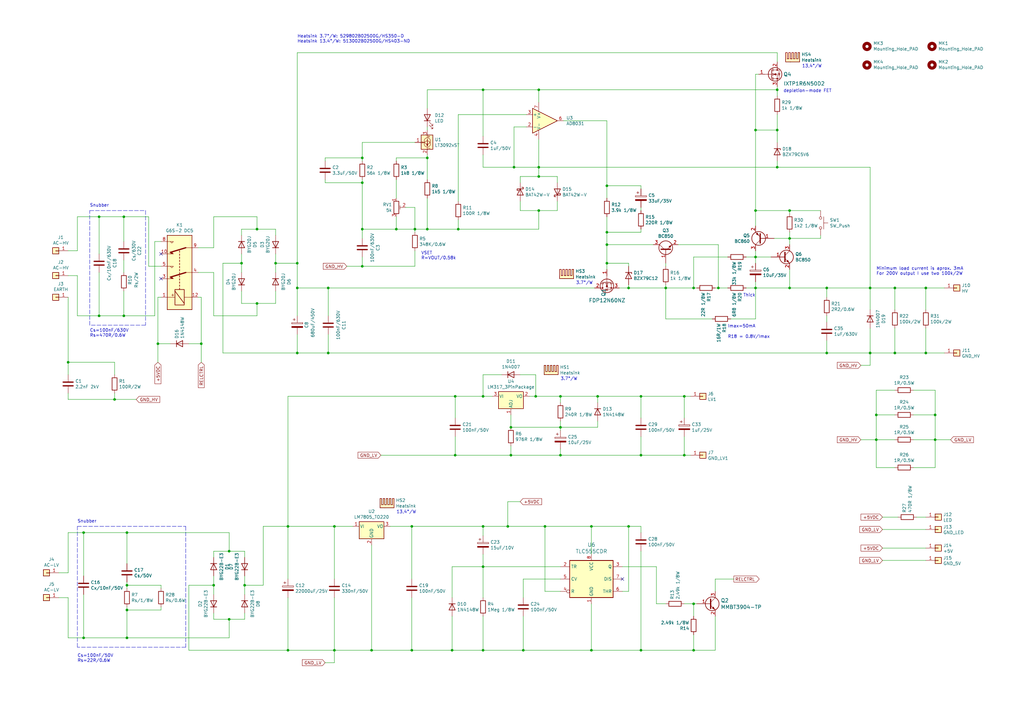
<source format=kicad_sch>
(kicad_sch (version 20211123) (generator eeschema)
  (paper "A3")
  (title_block (title "Discrete HV Supply T-Reg based") (date "2021-09-02") (rev "V2"))
  (junction (at 248.92 76.2))
  (junction (at 52.07 250.19))
  (junction (at 248.92 107.95))
  (junction (at 175.26 64.77))
  (junction (at 220.98 86.36))
  (junction (at 242.57 215.9))
  (junction (at 148.59 109.22))
  (junction (at 170.18 93.98))
  (junction (at 229.87 186.69))
  (junction (at 248.92 95.25))
  (junction (at 223.52 215.9))
  (junction (at 198.12 266.7))
  (junction (at 168.91 215.9))
  (junction (at 339.09 144.78))
  (junction (at 262.89 186.69))
  (junction (at 356.87 118.11))
  (junction (at 309.88 118.11))
  (junction (at 318.77 36.83))
  (junction (at 100.33 240.03))
  (junction (at 198.12 232.41))
  (junction (at 367.03 144.78))
  (junction (at 257.81 215.9))
  (junction (at 99.06 107.95))
  (junction (at 162.56 93.98))
  (junction (at 121.92 118.11))
  (junction (at 40.64 88.9))
  (junction (at 208.28 215.9))
  (junction (at 280.67 186.69))
  (junction (at 229.87 162.56))
  (junction (at 209.55 186.69))
  (junction (at 82.55 140.97))
  (junction (at 379.73 144.78))
  (junction (at 118.11 266.7))
  (junction (at 323.85 118.11))
  (junction (at 34.29 218.44))
  (junction (at 214.63 266.7))
  (junction (at 148.59 64.77))
  (junction (at 50.8 129.54))
  (junction (at 118.11 215.9))
  (junction (at 121.92 144.78))
  (junction (at 198.12 215.9))
  (junction (at 168.91 266.7))
  (junction (at 323.85 97.79))
  (junction (at 318.77 53.34))
  (junction (at 134.62 118.11))
  (junction (at 379.73 118.11))
  (junction (at 46.99 163.83))
  (junction (at 339.09 118.11))
  (junction (at 34.29 261.62))
  (junction (at 137.16 215.9))
  (junction (at 383.54 170.18))
  (junction (at 209.55 175.26))
  (junction (at 148.59 74.93))
  (junction (at 220.98 72.39))
  (junction (at 113.03 107.95))
  (junction (at 273.05 118.11))
  (junction (at 284.48 118.11))
  (junction (at 27.94 148.59))
  (junction (at 186.69 186.69))
  (junction (at 52.07 261.62))
  (junction (at 262.89 162.56))
  (junction (at 245.11 162.56))
  (junction (at 318.77 68.58))
  (junction (at 93.98 254))
  (junction (at 121.92 107.95))
  (junction (at 187.96 93.98))
  (junction (at 284.48 266.7))
  (junction (at 198.12 36.83))
  (junction (at 383.54 180.34))
  (junction (at 359.41 170.18))
  (junction (at 105.41 93.98))
  (junction (at 309.88 53.34))
  (junction (at 40.64 129.54))
  (junction (at 134.62 144.78))
  (junction (at 280.67 162.56))
  (junction (at 64.77 140.97))
  (junction (at 262.89 266.7))
  (junction (at 219.71 162.56))
  (junction (at 52.07 240.03))
  (junction (at 220.98 36.83))
  (junction (at 323.85 86.36))
  (junction (at 93.98 226.06))
  (junction (at 148.59 93.98))
  (junction (at 367.03 118.11))
  (junction (at 242.57 266.7))
  (junction (at 359.41 180.34))
  (junction (at 309.88 86.36))
  (junction (at 257.81 118.11))
  (junction (at 210.82 68.58))
  (junction (at 152.4 266.7))
  (junction (at 50.8 88.9))
  (junction (at 356.87 144.78))
  (junction (at 198.12 162.56))
  (junction (at 175.26 93.98))
  (junction (at 87.63 240.03))
  (junction (at 185.42 266.7))
  (junction (at 229.87 175.26))
  (junction (at 309.88 105.41))
  (junction (at 186.69 162.56))
  (junction (at 284.48 247.65))
  (junction (at 220.98 68.58))
  (junction (at 248.92 100.33))
  (junction (at 105.41 124.46))
  (junction (at 52.07 218.44))
  (junction (at 137.16 266.7))
  (junction (at 294.64 118.11))
  (no_connect (at 66.04 114.3))
  (no_connect (at 255.27 237.49))
  (no_connect (at 66.04 104.14))
  (wire (pts (xy 242.57 266.7) (xy 262.89 266.7)))
  (wire (pts (xy 148.59 64.77) (xy 148.59 66.04)))
  (wire (pts (xy 121.92 144.78) (xy 134.62 144.78)))
  (wire (pts (xy 257.81 107.95) (xy 248.92 107.95)))
  (wire (pts (xy 220.98 68.58) (xy 220.98 57.15)))
  (wire (pts (xy 99.06 93.98) (xy 105.41 93.98)))
  (wire (pts (xy 46.99 163.83) (xy 27.94 163.83)))
  (wire (pts (xy 306.07 118.11) (xy 309.88 118.11)))
  (wire (pts (xy 229.87 175.26) (xy 229.87 176.53)))
  (wire (pts (xy 121.92 21.59) (xy 121.92 107.95)))
  (wire (pts (xy 52.07 248.92) (xy 52.07 250.19)))
  (wire (pts (xy 87.63 254) (xy 87.63 251.46)))
  (wire (pts (xy 374.65 191.77) (xy 383.54 191.77)))
  (wire (pts (xy 168.91 245.11) (xy 168.91 266.7)))
  (polyline (pts (xy 31.75 215.9) (xy 76.2 215.9)))
  (wire (pts (xy 152.4 266.7) (xy 168.91 266.7)))
  (wire (pts (xy 318.77 53.34) (xy 318.77 46.99)))
  (wire (pts (xy 160.02 215.9) (xy 168.91 215.9)))
  (wire (pts (xy 248.92 76.2) (xy 248.92 81.28)))
  (wire (pts (xy 99.06 96.52) (xy 99.06 93.98)))
  (wire (pts (xy 387.35 144.78) (xy 379.73 144.78)))
  (polyline (pts (xy 59.69 86.36) (xy 59.69 133.35)))
  (wire (pts (xy 27.94 148.59) (xy 27.94 153.67)))
  (wire (pts (xy 205.74 153.67) (xy 198.12 153.67)))
  (wire (pts (xy 213.36 205.74) (xy 208.28 205.74)))
  (wire (pts (xy 63.5 129.54) (xy 63.5 99.06)))
  (wire (pts (xy 175.26 73.66) (xy 175.26 64.77)))
  (wire (pts (xy 255.27 242.57) (xy 257.81 242.57)))
  (wire (pts (xy 284.48 105.41) (xy 284.48 118.11)))
  (wire (pts (xy 118.11 266.7) (xy 77.47 266.7)))
  (wire (pts (xy 137.16 266.7) (xy 152.4 266.7)))
  (wire (pts (xy 220.98 36.83) (xy 318.77 36.83)))
  (wire (pts (xy 87.63 236.22) (xy 87.63 240.03)))
  (wire (pts (xy 168.91 215.9) (xy 198.12 215.9)))
  (wire (pts (xy 209.55 175.26) (xy 229.87 175.26)))
  (wire (pts (xy 353.06 149.86) (xy 356.87 149.86)))
  (wire (pts (xy 294.64 118.11) (xy 298.45 118.11)))
  (wire (pts (xy 148.59 97.79) (xy 148.59 93.98)))
  (wire (pts (xy 262.89 77.47) (xy 262.89 76.2)))
  (wire (pts (xy 262.89 218.44) (xy 262.89 215.9)))
  (wire (pts (xy 389.89 180.34) (xy 383.54 180.34)))
  (wire (pts (xy 293.37 118.11) (xy 294.64 118.11)))
  (wire (pts (xy 185.42 266.7) (xy 198.12 266.7)))
  (wire (pts (xy 208.28 215.9) (xy 223.52 215.9)))
  (wire (pts (xy 107.95 240.03) (xy 107.95 215.9)))
  (wire (pts (xy 148.59 74.93) (xy 148.59 73.66)))
  (wire (pts (xy 52.07 261.62) (xy 93.98 261.62)))
  (wire (pts (xy 185.42 232.41) (xy 198.12 232.41)))
  (wire (pts (xy 361.95 224.79) (xy 379.73 224.79)))
  (wire (pts (xy 323.85 87.63) (xy 323.85 86.36)))
  (wire (pts (xy 262.89 171.45) (xy 262.89 162.56)))
  (wire (pts (xy 187.96 93.98) (xy 220.98 93.98)))
  (wire (pts (xy 27.94 245.11) (xy 27.94 261.62)))
  (wire (pts (xy 34.29 218.44) (xy 34.29 236.22)))
  (wire (pts (xy 50.8 88.9) (xy 60.96 88.9)))
  (wire (pts (xy 137.16 245.11) (xy 137.16 266.7)))
  (wire (pts (xy 284.48 260.35) (xy 284.48 266.7)))
  (wire (pts (xy 379.73 118.11) (xy 387.35 118.11)))
  (wire (pts (xy 82.55 140.97) (xy 77.47 140.97)))
  (wire (pts (xy 273.05 247.65) (xy 269.24 247.65)))
  (wire (pts (xy 55.88 163.83) (xy 46.99 163.83)))
  (wire (pts (xy 359.41 170.18) (xy 359.41 180.34)))
  (wire (pts (xy 273.05 118.11) (xy 284.48 118.11)))
  (wire (pts (xy 323.85 110.49) (xy 323.85 118.11)))
  (wire (pts (xy 280.67 179.07) (xy 280.67 186.69)))
  (wire (pts (xy 367.03 127) (xy 367.03 118.11)))
  (wire (pts (xy 121.92 21.59) (xy 318.77 21.59)))
  (wire (pts (xy 367.03 144.78) (xy 356.87 144.78)))
  (wire (pts (xy 257.81 109.22) (xy 257.81 107.95)))
  (wire (pts (xy 91.44 144.78) (xy 121.92 144.78)))
  (wire (pts (xy 185.42 232.41) (xy 185.42 245.11)))
  (wire (pts (xy 257.81 242.57) (xy 257.81 215.9)))
  (wire (pts (xy 27.94 234.95) (xy 27.94 218.44)))
  (wire (pts (xy 309.88 53.34) (xy 318.77 53.34)))
  (wire (pts (xy 168.91 266.7) (xy 185.42 266.7)))
  (wire (pts (xy 356.87 144.78) (xy 356.87 134.62)))
  (wire (pts (xy 148.59 58.42) (xy 148.59 64.77)))
  (wire (pts (xy 356.87 118.11) (xy 356.87 127)))
  (wire (pts (xy 31.75 102.87) (xy 31.75 88.9)))
  (wire (pts (xy 318.77 21.59) (xy 318.77 25.4)))
  (wire (pts (xy 27.94 102.87) (xy 31.75 102.87)))
  (wire (pts (xy 175.26 64.77) (xy 175.26 63.5)))
  (wire (pts (xy 198.12 68.58) (xy 210.82 68.58)))
  (wire (pts (xy 223.52 215.9) (xy 242.57 215.9)))
  (wire (pts (xy 318.77 66.04) (xy 318.77 68.58)))
  (wire (pts (xy 209.55 182.88) (xy 209.55 186.69)))
  (wire (pts (xy 46.99 161.29) (xy 46.99 163.83)))
  (wire (pts (xy 99.06 107.95) (xy 91.44 107.95)))
  (wire (pts (xy 187.96 46.99) (xy 187.96 82.55)))
  (wire (pts (xy 262.89 266.7) (xy 284.48 266.7)))
  (wire (pts (xy 162.56 66.04) (xy 162.56 64.77)))
  (wire (pts (xy 24.13 234.95) (xy 27.94 234.95)))
  (wire (pts (xy 280.67 162.56) (xy 283.21 162.56)))
  (wire (pts (xy 162.56 93.98) (xy 170.18 93.98)))
  (wire (pts (xy 248.92 107.95) (xy 248.92 110.49)))
  (wire (pts (xy 148.59 93.98) (xy 148.59 74.93)))
  (wire (pts (xy 273.05 109.22) (xy 273.05 107.95)))
  (wire (pts (xy 269.24 232.41) (xy 255.27 232.41)))
  (wire (pts (xy 87.63 111.76) (xy 81.28 111.76)))
  (wire (pts (xy 187.96 93.98) (xy 187.96 90.17)))
  (wire (pts (xy 367.03 118.11) (xy 379.73 118.11)))
  (wire (pts (xy 367.03 191.77) (xy 359.41 191.77)))
  (wire (pts (xy 133.35 66.04) (xy 133.35 64.77)))
  (wire (pts (xy 87.63 88.9) (xy 105.41 88.9)))
  (wire (pts (xy 66.04 240.03) (xy 66.04 241.3)))
  (wire (pts (xy 245.11 172.72) (xy 245.11 175.26)))
  (wire (pts (xy 242.57 247.65) (xy 242.57 266.7)))
  (wire (pts (xy 229.87 162.56) (xy 245.11 162.56)))
  (wire (pts (xy 213.36 72.39) (xy 213.36 74.93)))
  (wire (pts (xy 121.92 118.11) (xy 121.92 129.54)))
  (wire (pts (xy 229.87 242.57) (xy 223.52 242.57)))
  (wire (pts (xy 339.09 118.11) (xy 356.87 118.11)))
  (wire (pts (xy 198.12 36.83) (xy 220.98 36.83)))
  (wire (pts (xy 361.95 212.09) (xy 368.3 212.09)))
  (wire (pts (xy 367.03 134.62) (xy 367.03 144.78)))
  (wire (pts (xy 134.62 118.11) (xy 243.84 118.11)))
  (wire (pts (xy 367.03 160.02) (xy 359.41 160.02)))
  (wire (pts (xy 214.63 266.7) (xy 242.57 266.7)))
  (wire (pts (xy 77.47 240.03) (xy 87.63 240.03)))
  (wire (pts (xy 198.12 215.9) (xy 208.28 215.9)))
  (wire (pts (xy 142.24 109.22) (xy 148.59 109.22)))
  (wire (pts (xy 118.11 237.49) (xy 118.11 215.9)))
  (wire (pts (xy 262.89 93.98) (xy 262.89 95.25)))
  (wire (pts (xy 219.71 162.56) (xy 229.87 162.56)))
  (wire (pts (xy 220.98 86.36) (xy 228.6 86.36)))
  (polyline (pts (xy 59.69 133.35) (xy 36.83 133.35)))
  (wire (pts (xy 121.92 144.78) (xy 121.92 137.16)))
  (wire (pts (xy 186.69 179.07) (xy 186.69 186.69)))
  (wire (pts (xy 24.13 245.11) (xy 27.94 245.11)))
  (wire (pts (xy 46.99 153.67) (xy 46.99 148.59)))
  (wire (pts (xy 186.69 186.69) (xy 209.55 186.69)))
  (wire (pts (xy 273.05 130.81) (xy 292.1 130.81)))
  (wire (pts (xy 245.11 165.1) (xy 245.11 162.56)))
  (wire (pts (xy 356.87 68.58) (xy 356.87 118.11)))
  (wire (pts (xy 198.12 219.71) (xy 198.12 215.9)))
  (wire (pts (xy 284.48 252.73) (xy 284.48 247.65)))
  (wire (pts (xy 210.82 52.07) (xy 210.82 68.58)))
  (wire (pts (xy 339.09 144.78) (xy 356.87 144.78)))
  (wire (pts (xy 133.35 271.78) (xy 137.16 271.78)))
  (wire (pts (xy 40.64 88.9) (xy 40.64 104.14)))
  (wire (pts (xy 170.18 93.98) (xy 175.26 93.98)))
  (wire (pts (xy 60.96 109.22) (xy 66.04 109.22)))
  (wire (pts (xy 257.81 118.11) (xy 257.81 116.84)))
  (wire (pts (xy 52.07 231.14) (xy 52.07 218.44)))
  (wire (pts (xy 198.12 55.88) (xy 198.12 36.83)))
  (wire (pts (xy 336.55 97.79) (xy 323.85 97.79)))
  (wire (pts (xy 318.77 68.58) (xy 356.87 68.58)))
  (wire (pts (xy 213.36 86.36) (xy 220.98 86.36)))
  (wire (pts (xy 100.33 240.03) (xy 107.95 240.03)))
  (wire (pts (xy 248.92 100.33) (xy 248.92 107.95)))
  (wire (pts (xy 220.98 41.91) (xy 220.98 36.83)))
  (wire (pts (xy 229.87 175.26) (xy 229.87 172.72)))
  (wire (pts (xy 379.73 134.62) (xy 379.73 144.78)))
  (wire (pts (xy 379.73 217.17) (xy 361.95 217.17)))
  (wire (pts (xy 208.28 205.74) (xy 208.28 215.9)))
  (wire (pts (xy 166.37 85.09) (xy 170.18 85.09)))
  (wire (pts (xy 162.56 88.9) (xy 162.56 93.98)))
  (wire (pts (xy 31.75 113.03) (xy 31.75 129.54)))
  (wire (pts (xy 213.36 82.55) (xy 213.36 86.36)))
  (wire (pts (xy 284.48 266.7) (xy 293.37 266.7)))
  (wire (pts (xy 31.75 129.54) (xy 40.64 129.54)))
  (wire (pts (xy 220.98 68.58) (xy 318.77 68.58)))
  (wire (pts (xy 170.18 58.42) (xy 148.59 58.42)))
  (wire (pts (xy 309.88 118.11) (xy 309.88 115.57)))
  (wire (pts (xy 356.87 118.11) (xy 367.03 118.11)))
  (wire (pts (xy 245.11 162.56) (xy 262.89 162.56)))
  (wire (pts (xy 185.42 266.7) (xy 185.42 252.73)))
  (wire (pts (xy 152.4 223.52) (xy 152.4 266.7)))
  (wire (pts (xy 99.06 107.95) (xy 99.06 104.14)))
  (wire (pts (xy 374.65 180.34) (xy 383.54 180.34)))
  (wire (pts (xy 162.56 64.77) (xy 175.26 64.77)))
  (wire (pts (xy 284.48 118.11) (xy 285.75 118.11)))
  (wire (pts (xy 198.12 162.56) (xy 201.93 162.56)))
  (wire (pts (xy 359.41 191.77) (xy 359.41 180.34)))
  (wire (pts (xy 318.77 35.56) (xy 318.77 36.83)))
  (wire (pts (xy 359.41 180.34) (xy 367.03 180.34)))
  (wire (pts (xy 309.88 107.95) (xy 309.88 105.41)))
  (polyline (pts (xy 36.83 133.35) (xy 36.83 86.36)))
  (wire (pts (xy 81.28 101.6) (xy 87.63 101.6)))
  (wire (pts (xy 336.55 96.52) (xy 336.55 97.79)))
  (wire (pts (xy 40.64 111.76) (xy 40.64 129.54)))
  (wire (pts (xy 113.03 107.95) (xy 121.92 107.95)))
  (wire (pts (xy 99.06 124.46) (xy 105.41 124.46)))
  (wire (pts (xy 214.63 245.11) (xy 214.63 237.49)))
  (wire (pts (xy 257.81 118.11) (xy 273.05 118.11)))
  (wire (pts (xy 100.33 251.46) (xy 100.33 254)))
  (wire (pts (xy 52.07 250.19) (xy 52.07 261.62)))
  (wire (pts (xy 367.03 170.18) (xy 359.41 170.18)))
  (wire (pts (xy 280.67 171.45) (xy 280.67 162.56)))
  (wire (pts (xy 248.92 95.25) (xy 248.92 100.33)))
  (wire (pts (xy 219.71 153.67) (xy 219.71 162.56)))
  (wire (pts (xy 82.55 121.92) (xy 82.55 140.97)))
  (wire (pts (xy 375.92 212.09) (xy 379.73 212.09)))
  (wire (pts (xy 220.98 68.58) (xy 220.98 72.39)))
  (wire (pts (xy 133.35 74.93) (xy 148.59 74.93)))
  (wire (pts (xy 262.89 162.56) (xy 280.67 162.56)))
  (wire (pts (xy 309.88 130.81) (xy 309.88 118.11)))
  (wire (pts (xy 383.54 160.02) (xy 374.65 160.02)))
  (wire (pts (xy 318.77 36.83) (xy 318.77 39.37)))
  (wire (pts (xy 63.5 99.06) (xy 66.04 99.06)))
  (wire (pts (xy 50.8 119.38) (xy 50.8 129.54)))
  (wire (pts (xy 50.8 88.9) (xy 50.8 99.06)))
  (wire (pts (xy 383.54 191.77) (xy 383.54 180.34)))
  (wire (pts (xy 137.16 215.9) (xy 144.78 215.9)))
  (wire (pts (xy 81.28 121.92) (xy 82.55 121.92)))
  (wire (pts (xy 198.12 232.41) (xy 229.87 232.41)))
  (wire (pts (xy 383.54 170.18) (xy 383.54 160.02)))
  (wire (pts (xy 118.11 266.7) (xy 137.16 266.7)))
  (wire (pts (xy 229.87 186.69) (xy 262.89 186.69)))
  (wire (pts (xy 121.92 107.95) (xy 121.92 118.11)))
  (wire (pts (xy 383.54 170.18) (xy 374.65 170.18)))
  (wire (pts (xy 198.12 252.73) (xy 198.12 266.7)))
  (wire (pts (xy 170.18 109.22) (xy 170.18 102.87)))
  (wire (pts (xy 134.62 118.11) (xy 121.92 118.11)))
  (wire (pts (xy 198.12 266.7) (xy 214.63 266.7)))
  (wire (pts (xy 214.63 252.73) (xy 214.63 266.7)))
  (wire (pts (xy 186.69 171.45) (xy 186.69 162.56)))
  (wire (pts (xy 27.94 163.83) (xy 27.94 161.29)))
  (wire (pts (xy 213.36 153.67) (xy 219.71 153.67)))
  (wire (pts (xy 273.05 118.11) (xy 273.05 116.84)))
  (wire (pts (xy 309.88 30.48) (xy 311.15 30.48)))
  (wire (pts (xy 52.07 241.3) (xy 52.07 240.03)))
  (wire (pts (xy 118.11 245.11) (xy 118.11 266.7)))
  (wire (pts (xy 77.47 266.7) (xy 77.47 240.03)))
  (wire (pts (xy 148.59 105.41) (xy 148.59 109.22)))
  (wire (pts (xy 229.87 165.1) (xy 229.87 162.56)))
  (wire (pts (xy 323.85 118.11) (xy 309.88 118.11)))
  (wire (pts (xy 280.67 186.69) (xy 283.21 186.69)))
  (wire (pts (xy 118.11 215.9) (xy 118.11 162.56)))
  (wire (pts (xy 50.8 129.54) (xy 40.64 129.54)))
  (wire (pts (xy 356.87 149.86) (xy 356.87 144.78)))
  (wire (pts (xy 93.98 261.62) (xy 93.98 254)))
  (wire (pts (xy 262.89 226.06) (xy 262.89 266.7)))
  (wire (pts (xy 273.05 130.81) (xy 273.05 118.11)))
  (wire (pts (xy 383.54 180.34) (xy 383.54 170.18)))
  (wire (pts (xy 323.85 86.36) (xy 309.88 86.36)))
  (wire (pts (xy 306.07 105.41) (xy 309.88 105.41)))
  (wire (pts (xy 298.45 105.41) (xy 284.48 105.41)))
  (wire (pts (xy 323.85 86.36) (xy 336.55 86.36)))
  (wire (pts (xy 137.16 271.78) (xy 137.16 266.7)))
  (wire (pts (xy 93.98 226.06) (xy 100.33 226.06)))
  (wire (pts (xy 175.26 36.83) (xy 198.12 36.83)))
  (wire (pts (xy 223.52 242.57) (xy 223.52 215.9)))
  (wire (pts (xy 52.07 218.44) (xy 34.29 218.44)))
  (wire (pts (xy 113.03 107.95) (xy 113.03 111.76)))
  (wire (pts (xy 228.6 86.36) (xy 228.6 82.55)))
  (wire (pts (xy 133.35 73.66) (xy 133.35 74.93)))
  (wire (pts (xy 262.89 186.69) (xy 280.67 186.69)))
  (wire (pts (xy 228.6 72.39) (xy 220.98 72.39)))
  (wire (pts (xy 105.41 124.46) (xy 105.41 129.54)))
  (wire (pts (xy 359.41 180.34) (xy 353.06 180.34)))
  (wire (pts (xy 148.59 109.22) (xy 170.18 109.22)))
  (wire (pts (xy 339.09 121.92) (xy 339.09 118.11)))
  (wire (pts (xy 248.92 49.53) (xy 248.92 76.2)))
  (wire (pts (xy 317.5 97.79) (xy 323.85 97.79)))
  (wire (pts (xy 284.48 247.65) (xy 285.75 247.65)))
  (wire (pts (xy 267.97 100.33) (xy 248.92 100.33)))
  (wire (pts (xy 323.85 118.11) (xy 339.09 118.11)))
  (wire (pts (xy 309.88 105.41) (xy 309.88 102.87)))
  (wire (pts (xy 137.16 237.49) (xy 137.16 215.9)))
  (wire (pts (xy 262.89 76.2) (xy 248.92 76.2)))
  (wire (pts (xy 87.63 254) (xy 93.98 254)))
  (wire (pts (xy 105.41 124.46) (xy 113.03 124.46)))
  (wire (pts (xy 99.06 119.38) (xy 99.06 124.46)))
  (wire (pts (xy 215.9 52.07) (xy 210.82 52.07)))
  (wire (pts (xy 91.44 107.95) (xy 91.44 144.78)))
  (wire (pts (xy 209.55 175.26) (xy 209.55 170.18)))
  (polyline (pts (xy 76.2 215.9) (xy 76.2 265.43)))
  (wire (pts (xy 64.77 140.97) (xy 69.85 140.97)))
  (wire (pts (xy 379.73 144.78) (xy 367.03 144.78)))
  (wire (pts (xy 175.26 36.83) (xy 175.26 44.45)))
  (wire (pts (xy 309.88 53.34) (xy 309.88 30.48)))
  (wire (pts (xy 105.41 129.54) (xy 87.63 129.54)))
  (wire (pts (xy 52.07 240.03) (xy 66.04 240.03)))
  (wire (pts (xy 220.98 72.39) (xy 213.36 72.39)))
  (wire (pts (xy 339.09 132.08) (xy 339.09 129.54)))
  (wire (pts (xy 105.41 93.98) (xy 113.03 93.98)))
  (wire (pts (xy 134.62 144.78) (xy 134.62 137.16)))
  (wire (pts (xy 284.48 247.65) (xy 280.67 247.65)))
  (wire (pts (xy 66.04 248.92) (xy 66.04 250.19)))
  (wire (pts (xy 27.94 121.92) (xy 27.94 148.59)))
  (polyline (pts (xy 31.75 265.43) (xy 31.75 215.9)))
  (wire (pts (xy 134.62 144.78) (xy 339.09 144.78)))
  (wire (pts (xy 87.63 226.06) (xy 93.98 226.06)))
  (wire (pts (xy 175.26 93.98) (xy 175.26 81.28)))
  (wire (pts (xy 228.6 74.93) (xy 228.6 72.39)))
  (wire (pts (xy 242.57 215.9) (xy 257.81 215.9)))
  (wire (pts (xy 294.64 100.33) (xy 278.13 100.33)))
  (wire (pts (xy 50.8 129.54) (xy 63.5 129.54)))
  (wire (pts (xy 156.21 186.69) (xy 186.69 186.69)))
  (wire (pts (xy 87.63 226.06) (xy 87.63 228.6)))
  (wire (pts (xy 229.87 184.15) (xy 229.87 186.69)))
  (wire (pts (xy 257.81 215.9) (xy 262.89 215.9)))
  (wire (pts (xy 64.77 140.97) (xy 64.77 121.92)))
  (wire (pts (xy 175.26 93.98) (xy 187.96 93.98)))
  (wire (pts (xy 242.57 227.33) (xy 242.57 215.9)))
  (wire (pts (xy 27.94 261.62) (xy 34.29 261.62)))
  (wire (pts (xy 162.56 81.28) (xy 162.56 73.66)))
  (wire (pts (xy 52.07 238.76) (xy 52.07 240.03)))
  (wire (pts (xy 219.71 162.56) (xy 217.17 162.56)))
  (wire (pts (xy 215.9 46.99) (xy 187.96 46.99)))
  (wire (pts (xy 64.77 121.92) (xy 66.04 121.92)))
  (wire (pts (xy 175.26 53.34) (xy 175.26 52.07)))
  (wire (pts (xy 316.23 105.41) (xy 309.88 105.41)))
  (wire (pts (xy 113.03 104.14) (xy 113.03 107.95)))
  (wire (pts (xy 118.11 215.9) (xy 137.16 215.9)))
  (wire (pts (xy 60.96 88.9) (xy 60.96 109.22)))
  (wire (pts (xy 186.69 162.56) (xy 198.12 162.56)))
  (wire (pts (xy 50.8 88.9) (xy 40.64 88.9)))
  (polyline (pts (xy 36.83 86.36) (xy 59.69 86.36)))
  (wire (pts (xy 214.63 237.49) (xy 229.87 237.49)))
  (wire (pts (xy 323.85 100.33) (xy 323.85 97.79)))
  (wire (pts (xy 299.72 130.81) (xy 309.88 130.81)))
  (wire (pts (xy 262.89 86.36) (xy 262.89 85.09)))
  (wire (pts (xy 87.63 101.6) (xy 87.63 88.9)))
  (wire (pts (xy 198.12 63.5) (xy 198.12 68.58)))
  (wire (pts (xy 254 118.11) (xy 257.81 118.11)))
  (wire (pts (xy 27.94 113.03) (xy 31.75 113.03)))
  (wire (pts (xy 113.03 124.46) (xy 113.03 119.38)))
  (wire (pts (xy 93.98 218.44) (xy 93.98 226.06)))
  (wire (pts (xy 323.85 97.79) (xy 323.85 95.25)))
  (wire (pts (xy 170.18 85.09) (xy 170.18 93.98)))
  (wire (pts (xy 93.98 218.44) (xy 52.07 218.44)))
  (wire (pts (xy 52.07 261.62) (xy 34.29 261.62)))
  (wire (pts (xy 66.04 250.19) (xy 52.07 250.19)))
  (wire (pts (xy 209.55 186.69) (xy 229.87 186.69)))
  (wire (pts (xy 64.77 148.59) (xy 64.77 140.97)))
  (wire (pts (xy 198.12 232.41) (xy 198.12 245.11)))
  (wire (pts (xy 134.62 129.54) (xy 134.62 118.11)))
  (wire (pts (xy 220.98 93.98) (xy 220.98 86.36)))
  (wire (pts (xy 309.88 86.36) (xy 309.88 53.34)))
  (wire (pts (xy 87.63 129.54) (xy 87.63 111.76)))
  (wire (pts (xy 262.89 179.07) (xy 262.89 186.69)))
  (wire (pts (xy 100.33 226.06) (xy 100.33 228.6)))
  (wire (pts (xy 210.82 68.58) (xy 220.98 68.58)))
  (wire (pts (xy 309.88 86.36) (xy 309.88 92.71)))
  (wire (pts (xy 262.89 95.25) (xy 248.92 95.25)))
  (wire (pts (xy 46.99 148.59) (xy 27.94 148.59)))
  (wire (pts (xy 82.55 148.59) (xy 82.55 140.97)))
  (wire (pts (xy 162.56 93.98) (xy 148.59 93.98)))
  (wire (pts (xy 87.63 240.03) (xy 87.63 243.84)))
  (wire (pts (xy 27.94 218.44) (xy 34.29 218.44)))
  (wire (pts (xy 300.99 237.49) (xy 293.37 237.49)))
  (wire (pts (xy 168.91 215.9) (xy 168.91 237.49)))
  (wire (pts (xy 107.95 215.9) (xy 118.11 215.9)))
  (wire (pts (xy 198.12 232.41) (xy 198.12 227.33)))
  (wire (pts (xy 318.77 58.42) (xy 318.77 53.34)))
  (wire (pts (xy 198.12 153.67) (xy 198.12 162.56)))
  (wire (pts (xy 93.98 254) (xy 100.33 254)))
  (wire (pts (xy 105.41 93.98) (xy 105.41 88.9)))
  (wire (pts (xy 339.09 139.7) (xy 339.09 144.78)))
  (wire (pts (xy 100.33 236.22) (xy 100.33 240.03)))
  (wire (pts (xy 50.8 106.68) (xy 50.8 111.76)))
  (wire (pts (xy 99.06 111.76) (xy 99.06 107.95)))
  (wire (pts (xy 118.11 162.56) (xy 186.69 162.56)))
  (wire (pts (xy 100.33 240.03) (xy 100.33 243.84)))
  (wire (pts (xy 248.92 49.53) (xy 231.14 49.53)))
  (wire (pts (xy 379.73 127) (xy 379.73 118.11)))
  (wire (pts (xy 245.11 175.26) (xy 229.87 175.26)))
  (wire (pts (xy 31.75 88.9) (xy 40.64 88.9)))
  (wire (pts (xy 379.73 229.87) (xy 361.95 229.87)))
  (polyline (pts (xy 76.2 265.43) (xy 31.75 265.43)))
  (wire (pts (xy 248.92 88.9) (xy 248.92 95.25)))
  (wire (pts (xy 133.35 64.77) (xy 148.59 64.77)))
  (wire (pts (xy 293.37 237.49) (xy 293.37 242.57)))
  (wire (pts (xy 293.37 252.73) (xy 293.37 266.7)))
  (wire (pts (xy 170.18 95.25) (xy 170.18 93.98)))
  (wire (pts (xy 34.29 261.62) (xy 34.29 243.84)))
  (wire (pts (xy 359.41 160.02) (xy 359.41 170.18)))
  (wire (pts (xy 113.03 93.98) (xy 113.03 96.52)))
  (wire (pts (xy 294.64 118.11) (xy 294.64 100.33)))
  (wire (pts (xy 269.24 247.65) (xy 269.24 232.41)))
  (text "13,4°/W" (at 162.56 210.82 0) (effects (font (size 1.27 1.27)) (justify left bottom)))
  (text "VSET\nR=VOUT/0.58k\n" (at 172.72 106.68 0) (effects (font (size 1.27 1.27)) (justify left bottom)))
  (text "Snubber" (at 31.75 214.63 0) (effects (font (size 1.27 1.27)) (justify left bottom)))
  (text "Thick" (at 304.8 121.92 0) (effects (font (size 1.27 1.27)) (justify left bottom)))
  (text "Cs=100nF/50V\nRs=22R/0.6W" (at 31.75 271.78 0) (effects (font (size 1.27 1.27)) (justify left bottom)))
  (text "depletion-mode FET" (at 321.31 38.1 0) (effects (font (size 1.27 1.27)) (justify left bottom)))
  (text "3.7°/W" (at 229.87 156.21 0) (effects (font (size 1.27 1.27)) (justify left bottom)))
  (text "Minimum load current is aprox. 3mA\nFor 200V output I use two 100k/2W" (at 359.41 113.03 0) (effects (font (size 1.27 1.27)) (justify left bottom)))
  (text "Cs=100nF/630V\nRs=470R/0.6W" (at 36.83 138.43 0) (effects (font (size 1.27 1.27)) (justify left bottom)))
  (text "Heatsink 3.7°/W: 529802B02500G/HS350-D\nHeatsink 13.4°/W: 513002B02500G/HS403-ND" (at 121.92 17.78 0) (effects (font (size 1.27 1.27)) (justify left bottom)))
  (text "R18 = 0.8V/Imax\n\n" (at 298.45 140.97 0) (effects (font (size 1.27 1.27)) (justify left bottom)))
  (text "13,4°/W" (at 328.93 27.94 0) (effects (font (size 1.27 1.27)) (justify left bottom)))
  (text "3.7°/W" (at 236.22 116.84 0) (effects (font (size 1.27 1.27)) (justify left bottom)))
  (text "Snubber" (at 36.83 85.09 0) (effects (font (size 1.27 1.27)) (justify left bottom)))
  (text "Imax=50mA" (at 298.45 134.62 0) (effects (font (size 1.27 1.27)) (justify left bottom)))
  (global_label "GND_LV" (shape input) (at 361.95 229.87 180) (property "Intersheet References" "${INTERSHEET_REFS}" (effects hide)))
  (global_label "GND_LV" (shape input) (at 156.21 186.69 180) (property "Intersheet References" "${INTERSHEET_REFS}" (effects hide)))
  (global_label "GND_LV" (shape input) (at 389.89 180.34 0) (property "Intersheet References" "${INTERSHEET_REFS}" (effects hide)))
  (global_label "RELCTRL" (shape output) (at 300.99 237.49 0) (property "Intersheet References" "${INTERSHEET_REFS}" (effects hide)))
  (global_label "GND_HV" (shape input) (at 353.06 149.86 180) (property "Intersheet References" "${INTERSHEET_REFS}" (effects hide)))
  (global_label "GND_LV" (shape input) (at 361.95 217.17 180) (property "Intersheet References" "${INTERSHEET_REFS}" (effects hide)))
  (global_label "RELCTRL" (shape input) (at 82.55 148.59 270) (property "Intersheet References" "${INTERSHEET_REFS}" (effects hide)))
  (global_label "+5VDC" (shape input) (at 361.95 224.79 180) (property "Intersheet References" "${INTERSHEET_REFS}" (effects hide)))
  (global_label "+5VDC" (shape input) (at 361.95 212.09 180) (property "Intersheet References" "${INTERSHEET_REFS}" (effects hide)))
  (global_label "GND_HV" (shape input) (at 142.24 109.22 180) (property "Intersheet References" "${INTERSHEET_REFS}" (effects hide)))
  (global_label "GND_HV" (shape input) (at 353.06 180.34 180) (property "Intersheet References" "${INTERSHEET_REFS}" (effects hide)))
  (global_label "+5VDC" (shape input) (at 213.36 205.74 0) (property "Intersheet References" "${INTERSHEET_REFS}" (effects hide)))
  (global_label "GND_LV" (shape input) (at 133.35 271.78 180) (property "Intersheet References" "${INTERSHEET_REFS}" (effects hide)))
  (global_label "GND_HV" (shape input) (at 55.88 163.83 0) (property "Intersheet References" "${INTERSHEET_REFS}" (effects hide)))
  (global_label "+5VDC" (shape input) (at 64.77 148.59 270) (property "Intersheet References" "${INTERSHEET_REFS}" (effects hide)))
  (symbol (lib_id "Mechanical:MountingHole") (at 382.27 19.05 0) (unit 1)
    (property "Reference" "MK1" (at 384.81 17.7546 0) (effects (justify left)))
    (property "Value" "Mounting_Hole_PAD" (at 384.81 20.066 0) (effects (justify left)))
    (property "Footprint" "Mounting_Holes:MountingHole_3.2mm_M3" (effects hide))
  )
  (symbol (lib_id "Mechanical:MountingHole") (at 382.27 26.67 0) (unit 1)
    (property "Reference" "MK2" (at 384.81 25.3746 0) (effects (justify left)))
    (property "Value" "Mounting_Hole_PAD" (at 384.81 27.686 0) (effects (justify left)))
    (property "Footprint" "Mounting_Holes:MountingHole_3.2mm_M3" (effects hide))
  )
  (symbol (lib_id "Mechanical:MountingHole") (at 355.6 19.05 0) (unit 1)
    (property "Reference" "MK3" (at 358.14 17.7546 0) (effects (justify left)))
    (property "Value" "Mounting_Hole_PAD" (at 358.14 20.066 0) (effects (justify left)))
    (property "Footprint" "Mounting_Holes:MountingHole_3.2mm_M3" (effects hide))
  )
  (symbol (lib_id "Mechanical:MountingHole") (at 355.6 26.67 0) (unit 1)
    (property "Reference" "MK4" (at 358.14 25.3746 0) (effects (justify left)))
    (property "Value" "Mounting_Hole_PAD" (at 358.14 27.686 0) (effects (justify left)))
    (property "Footprint" "Mounting_Holes:MountingHole_3.2mm_M3" (effects hide))
  )
  (symbol (lib_id "Device:D") (at 113.03 100.33 90) (unit 1)
    (property "Reference" "D3" (at 107.5436 100.33 0))
    (property "Value" "BYG20J" (at 109.855 100.33 0))
    (property "Footprint" "Diode_SMD:D_SMA_Handsoldering" (effects hide))
    (property "Datasheet" "http://www.vishay.com/docs/88503/1n4001.pdf" (effects hide))
  )
  (symbol (lib_id "Device:D") (at 99.06 100.33 270) (unit 1)
    (property "Reference" "D5" (at 104.5464 100.33 0))
    (property "Value" "BYG20J" (at 102.235 100.33 0))
    (property "Footprint" "Diode_SMD:D_SMA_Handsoldering" (effects hide))
    (property "Datasheet" "http://www.vishay.com/docs/88503/1n4001.pdf" (effects hide))
  )
  (symbol (lib_id "Device:D") (at 113.03 115.57 270) (unit 1)
    (property "Reference" "D6" (at 118.5164 115.57 0))
    (property "Value" "BYG20J" (at 116.205 115.57 0))
    (property "Footprint" "Diode_SMD:D_SMA_Handsoldering" (effects hide))
    (property "Datasheet" "http://www.vishay.com/docs/88503/1n4001.pdf" (effects hide))
  )
  (symbol (lib_id "Device:D") (at 99.06 115.57 90) (unit 1)
    (property "Reference" "D4" (at 93.5736 115.57 0))
    (property "Value" "BYG20J" (at 95.885 115.57 0))
    (property "Footprint" "Diode_SMD:D_SMA_Handsoldering" (effects hide))
    (property "Datasheet" "http://www.vishay.com/docs/88503/1n4001.pdf" (effects hide))
  )
  (symbol (lib_id "Device:C") (at 137.16 241.3 0) (unit 1)
    (property "Reference" "C14" (at 140.081 240.1316 0) (effects (justify left)))
    (property "Value" "330nF/50V" (at 140.081 242.443 0) (effects (justify left)))
    (property "Footprint" "Capacitor_SMD:C_0805_2012Metric_Pad1.18x1.45mm_HandSolder" (effects hide))
  )
  (symbol (lib_id "Device:C") (at 168.91 241.3 0) (unit 1)
    (property "Reference" "C19" (at 171.831 240.1316 0) (effects (justify left)))
    (property "Value" "100nF/50V" (at 171.831 242.443 0) (effects (justify left)))
    (property "Footprint" "Capacitor_SMD:C_0805_2012Metric_Pad1.18x1.45mm_HandSolder" (effects hide))
  )
  (symbol (lib_id "Timer:TLC555xD") (at 242.57 237.49 0) (unit 1)
    (property "Reference" "U6" (at 242.57 223.4438 0) (effects (font (size 1.524 1.524))))
    (property "Value" "TLC555CDR" (at 242.57 226.1362 0) (effects (font (size 1.524 1.524))))
    (property "Footprint" "Package_SO:SOIC-8_3.9x4.9mm_P1.27mm" (effects hide))
    (property "Datasheet" "http://www.ti.com/general/docs/suppproductinfo.tsp?distId=10&gotoUrl=http%3A%2F%2Fwww.ti.com%2Flit%2Fgpn%2Ftlc555" (effects hide))
    (property "Digi-Key_PN" "296-1336-1-ND" (effects hide))
    (property "MPN" "TLC555CDR" (effects hide))
    (property "Category" "Integrated Circuits (ICs)" (effects hide))
    (property "Family" "Clock/Timing - Programmable Timers and Oscillators" (effects hide))
    (property "DK_Datasheet_Link" "http://www.ti.com/general/docs/suppproductinfo.tsp?distId=10&gotoUrl=http%3A%2F%2Fwww.ti.com%2Flit%2Fgpn%2Ftlc555" (effects hide))
    (property "DK_Detail_Page" "/product-detail/en/texas-instruments/TLC555CDR/296-1336-1-ND/404959" (effects hide))
    (property "Description" "IC OSC SGL TIMER 2.1MHZ 8-SOIC" (effects hide))
    (property "Manufacturer" "Texas Instruments" (effects hide))
    (property "Status" "Active" (effects hide))
  )
  (symbol (lib_id "Device:R") (at 198.12 248.92 0) (unit 1)
    (property "Reference" "R4" (at 199.898 247.7516 0) (effects (justify left)))
    (property "Value" "1Meg 1/8W" (at 199.898 250.063 0) (effects (justify left)))
    (property "Footprint" "Resistor_SMD:R_0805_2012Metric_Pad1.20x1.40mm_HandSolder" (effects hide))
  )
  (symbol (lib_id "Device:R") (at 276.86 247.65 90) (unit 1)
    (property "Reference" "R13" (at 275.6916 245.872 0) (effects (justify left)))
    (property "Value" "2.49k 1/8W" (at 278.003 245.872 0) (effects (justify left)))
    (property "Footprint" "Resistor_SMD:R_0805_2012Metric_Pad1.20x1.40mm_HandSolder" (effects hide))
  )
  (symbol (lib_id "Device:R") (at 284.48 256.54 180) (unit 1)
    (property "Reference" "R14" (at 282.702 257.7084 0) (effects (justify left)))
    (property "Value" "2.49k 1/8W" (at 282.702 255.397 0) (effects (justify left)))
    (property "Footprint" "Resistor_SMD:R_0805_2012Metric_Pad1.20x1.40mm_HandSolder" (effects hide))
  )
  (symbol (lib_id "Transistor_BJT:MMBT3904") (at 290.83 247.65 0) (unit 1)
    (property "Reference" "Q2" (at 295.6052 246.3038 0) (effects (font (size 1.524 1.524)) (justify left)))
    (property "Value" "MMBT3904-TP" (at 295.6052 248.9962 0) (effects (font (size 1.524 1.524)) (justify left)))
    (property "Footprint" "Package_TO_SOT_SMD:SOT-23" (effects hide))
    (property "Datasheet" "https://www.mccsemi.com/pdf/Products/MMBT3904(SOT-23).pdf" (effects hide))
    (property "Digi-Key_PN" "MMBT3904TPMSCT-ND" (effects hide))
    (property "MPN" "MMBT3904-TP" (effects hide))
    (property "Category" "Discrete Semiconductor Products" (effects hide))
    (property "Family" "Transistors - Bipolar (BJT) - Single" (effects hide))
    (property "DK_Datasheet_Link" "https://www.mccsemi.com/pdf/Products/MMBT3904(SOT-23).pdf" (effects hide))
    (property "DK_Detail_Page" "/product-detail/en/micro-commercial-co/MMBT3904-TP/MMBT3904TPMSCT-ND/717395" (effects hide))
    (property "Description" "TRANS NPN 40V 0.2A SOT23" (effects hide))
    (property "Manufacturer" "Micro Commercial Co" (effects hide))
    (property "Status" "Active" (effects hide))
  )
  (symbol (lib_id "Device:CP") (at 198.12 223.52 0) (unit 1)
    (property "Reference" "C23" (at 201.1172 222.3516 0) (effects (justify left)))
    (property "Value" "15uF/10V" (at 201.1172 224.663 0) (effects (justify left)))
    (property "Footprint" "Capacitor_Tantalum_SMD:CP_EIA-3216-12_Kemet-S_Pad1.58x1.35mm_HandSolder" (effects hide))
  )
  (symbol (lib_id "Device:R") (at 372.11 212.09 90) (unit 1)
    (property "Reference" "R27" (at 370.9416 210.312 0) (effects (justify left)))
    (property "Value" "470R 1/8W" (at 373.253 210.312 0) (effects (justify left)))
    (property "Footprint" "Resistor_SMD:R_0805_2012Metric_Pad1.20x1.40mm_HandSolder" (effects hide))
  )
  (symbol (lib_id "Device:C") (at 214.63 248.92 0) (unit 1)
    (property "Reference" "C24" (at 217.551 247.7516 0) (effects (justify left)))
    (property "Value" "100nF/50V" (at 217.551 250.063 0) (effects (justify left)))
    (property "Footprint" "Capacitor_SMD:C_0805_2012Metric_Pad1.18x1.45mm_HandSolder" (effects hide))
  )
  (symbol (lib_id "Device:C") (at 262.89 222.25 0) (unit 1)
    (property "Reference" "C28" (at 265.811 221.0816 0) (effects (justify left)))
    (property "Value" "100nF/50V" (at 265.811 223.393 0) (effects (justify left)))
    (property "Footprint" "Capacitor_SMD:C_0805_2012Metric_Pad1.18x1.45mm_HandSolder" (effects hide))
  )
  (symbol (lib_id "Device:C") (at 27.94 157.48 0) (unit 1)
    (property "Reference" "C1" (at 30.861 156.3116 0) (effects (justify left)))
    (property "Value" "2.2nF 2kV" (at 30.861 158.623 0) (effects (justify left)))
    (property "Footprint" "Capacitor_THT:C_Rect_L18.0mm_W5.0mm_P15.00mm_FKS3_FKP3" (effects hide))
  )
  (symbol (lib_id "Device:R") (at 46.99 157.48 0) (unit 1)
    (property "Reference" "R1" (at 48.768 156.3116 0) (effects (justify left)))
    (property "Value" "100R/2W" (at 48.768 158.623 0) (effects (justify left)))
    (property "Footprint" "Resistor_THT:R_Axial_DIN0414_L11.9mm_D4.5mm_P15.24mm_Horizontal" (effects hide))
  )
  (symbol (lib_id "Device:CP") (at 121.92 133.35 0) (unit 1)
    (property "Reference" "C8" (at 125.73 134.62 90) (effects (justify left)))
    (property "Value" "680uF/450V" (at 128.27 138.43 90) (effects (justify left)))
    (property "Footprint" "Capacitor_THT:CP_Radial_D35.0mm_P10.00mm_SnapIn" (effects hide))
  )
  (symbol (lib_id "Device:C") (at 134.62 133.35 180) (unit 1)
    (property "Reference" "C11" (at 141.0208 133.35 90))
    (property "Value" "100nF/630V" (at 138.7094 133.35 90))
    (property "Footprint" "Capacitor_THT:C_Rect_L18.0mm_W5.0mm_P15.00mm_FKS3_FKP3" (effects hide))
  )
  (symbol (lib_id "Regulator_Linear:LM317_3PinPackage") (at 209.55 162.56 0) (unit 1)
    (property "Reference" "U4" (at 209.55 156.4132 0))
    (property "Value" "LM317_3PinPackage" (at 209.55 158.7246 0))
    (property "Footprint" "TO_SOT_Packages_THT:TO-220-3_Vertical" (effects hide))
    (property "Datasheet" "http://www.ti.com/lit/ds/symlink/lm317.pdf" (effects hide))
  )
  (symbol (lib_id "Mechanical:Heatsink") (at 226.06 153.67 0) (unit 1)
    (property "Reference" "HS1" (at 229.6668 150.5966 0) (effects (justify left)))
    (property "Value" "Heatsink" (at 229.6668 152.908 0) (effects (justify left)))
    (property "Footprint" "Heatsink:Heatsink_Fischer_SK129-STS_42x25mm_2xDrill2.5mm" (effects hide))
  )
  (symbol (lib_id "Device:R") (at 229.87 168.91 0) (unit 1)
    (property "Reference" "R9" (at 231.648 167.7416 0) (effects (justify left)))
    (property "Value" "240R 1/8W" (at 231.648 170.053 0) (effects (justify left)))
    (property "Footprint" "Resistor_SMD:R_0805_2012Metric_Pad1.20x1.40mm_HandSolder" (effects hide))
  )
  (symbol (lib_id "Device:R") (at 209.55 179.07 0) (unit 1)
    (property "Reference" "R6" (at 211.328 177.9016 0) (effects (justify left)))
    (property "Value" "976R 1/8W" (at 211.328 180.213 0) (effects (justify left)))
    (property "Footprint" "Resistor_SMD:R_0805_2012Metric_Pad1.20x1.40mm_HandSolder" (effects hide))
  )
  (symbol (lib_id "Device:C") (at 186.69 175.26 0) (unit 1)
    (property "Reference" "C21" (at 189.611 174.0916 0) (effects (justify left)))
    (property "Value" "100nF/50V" (at 189.611 176.403 0) (effects (justify left)))
    (property "Footprint" "Capacitor_SMD:C_0805_2012Metric_Pad1.18x1.45mm_HandSolder" (effects hide))
  )
  (symbol (lib_id "Device:C") (at 262.89 175.26 0) (unit 1)
    (property "Reference" "C29" (at 265.811 174.0916 0) (effects (justify left)))
    (property "Value" "100nF/50V" (at 265.811 176.403 0) (effects (justify left)))
    (property "Footprint" "Capacitor_SMD:C_0805_2012Metric_Pad1.18x1.45mm_HandSolder" (effects hide))
  )
  (symbol (lib_id "Device:CP") (at 280.67 175.26 0) (unit 1)
    (property "Reference" "C33" (at 283.6672 174.0916 0) (effects (justify left)))
    (property "Value" "1uF/25V" (at 283.6672 176.403 0) (effects (justify left)))
    (property "Footprint" "Capacitor_THT:CP_Radial_D5.0mm_P2.00mm" (effects hide))
  )
  (symbol (lib_id "Transistor_FET:IRF740") (at 316.23 30.48 0) (unit 1)
    (property "Reference" "Q4" (at 321.31 30.48 0) (effects (font (size 1.524 1.524)) (justify left)))
    (property "Value" "IXTP1R6N50D2" (at 321.31 34.29 0) (effects (font (size 1.524 1.524)) (justify left)))
    (property "Footprint" "Package_TO_SOT_THT:TO-220-3_Vertical" (effects hide))
    (property "Datasheet" "http://www.vishay.com/docs/91015/sihf510.pdf" (effects hide))
    (property "Digi-Key_PN" "IRF510PBF-ND" (effects hide))
    (property "MPN" "IRF510PBF" (effects hide))
    (property "Category" "Discrete Semiconductor Products" (effects hide))
    (property "Family" "Transistors - FETs, MOSFETs - Single" (effects hide))
    (property "DK_Datasheet_Link" "http://www.vishay.com/docs/91015/sihf510.pdf" (effects hide))
    (property "DK_Detail_Page" "/product-detail/en/vishay-siliconix/IRF510PBF/IRF510PBF-ND/811710" (effects hide))
    (property "Description" "MOSFET N-CH 100V 5.6A TO-220AB" (effects hide))
    (property "Manufacturer" "Vishay Siliconix" (effects hide))
    (property "Status" "Active" (effects hide))
  )
  (symbol (lib_id "Device:R") (at 370.84 170.18 270) (unit 1)
    (property "Reference" "R24" (at 370.84 164.9222 90))
    (property "Value" "1R/0.5W" (at 370.84 167.2336 90))
    (property "Footprint" "Resistor_SMD:R_0805_2012Metric_Pad1.20x1.40mm_HandSolder" (effects hide))
  )
  (symbol (lib_id "Device:R") (at 370.84 180.34 270) (unit 1)
    (property "Reference" "R25" (at 370.84 175.0822 90))
    (property "Value" "1R/0.5W" (at 370.84 177.3936 90))
    (property "Footprint" "Resistor_SMD:R_0805_2012Metric_Pad1.20x1.40mm_HandSolder" (effects hide))
  )
  (symbol (lib_id "Device:R") (at 370.84 191.77 270) (unit 1)
    (property "Reference" "R26" (at 370.84 186.5122 90))
    (property "Value" "1R/0.5W" (at 370.84 188.8236 90))
    (property "Footprint" "Resistor_SMD:R_0805_2012Metric_Pad1.20x1.40mm_HandSolder" (effects hide))
  )
  (symbol (lib_id "Device:R") (at 339.09 125.73 0) (unit 1)
    (property "Reference" "R21" (at 340.868 124.5616 0) (effects (justify left)))
    (property "Value" "2R2/0.6W" (at 340.868 126.873 0) (effects (justify left)))
    (property "Footprint" "Resistor_THT:R_Axial_DIN0207_L6.3mm_D2.5mm_P10.16mm_Horizontal" (effects hide))
  )
  (symbol (lib_id "Device:R") (at 367.03 130.81 0) (unit 1)
    (property "Reference" "R22" (at 368.808 129.6416 0) (effects (justify left)))
    (property "Value" "100k/2W" (at 368.808 131.953 0) (effects (justify left)))
    (property "Footprint" "Resistor_THT:R_Axial_DIN0414_L11.9mm_D4.5mm_P15.24mm_Horizontal" (effects hide))
  )
  (symbol (lib_id "Device:C") (at 339.09 135.89 0) (unit 1)
    (property "Reference" "C35" (at 342.011 134.7216 0) (effects (justify left)))
    (property "Value" "1uF/630V" (at 342.011 137.033 0) (effects (justify left)))
    (property "Footprint" "Capacitor_THT:C_Rect_L26.5mm_W11.5mm_P22.50mm_MKS4" (effects hide))
  )
  (symbol (lib_id "Device:R") (at 370.84 160.02 270) (unit 1)
    (property "Reference" "R23" (at 370.84 154.7622 90))
    (property "Value" "1R/0.5W" (at 370.84 157.0736 90))
    (property "Footprint" "Resistor_SMD:R_0805_2012Metric_Pad1.20x1.40mm_HandSolder" (effects hide))
  )
  (symbol (lib_id "Device:CP") (at 229.87 180.34 0) (unit 1)
    (property "Reference" "C25" (at 232.8672 179.1716 0) (effects (justify left)))
    (property "Value" "10uF/25V" (at 232.8672 181.483 0) (effects (justify left)))
    (property "Footprint" "Capacitor_THT:CP_Radial_D5.0mm_P2.00mm" (effects hide))
  )
  (symbol (lib_id "Diode:1N4148W") (at 245.11 168.91 270) (unit 1)
    (property "Reference" "D13" (at 247.142 167.7416 90) (effects (justify left)))
    (property "Value" "1N4148W" (at 247.142 170.053 90) (effects (justify left)))
    (property "Footprint" "Diode_SMD:D_SOD-123" (effects hide))
    (property "Datasheet" "https://www.vishay.com/docs/85748/1n4148w.pdf" (effects hide))
  )
  (symbol (lib_id "Device:D") (at 87.63 232.41 270) (unit 1)
    (property "Reference" "D1" (at 93.1418 232.41 0))
    (property "Value" "BYG22B-E3" (at 90.8304 232.41 0))
    (property "Footprint" "Diode_SMD:D_SMA_Handsoldering" (effects hide))
  )
  (symbol (lib_id "Device:D") (at 87.63 247.65 90) (unit 1)
    (property "Reference" "D2" (at 82.1182 247.65 0))
    (property "Value" "BYG22B-E3" (at 84.4296 247.65 0))
    (property "Footprint" "Diode_SMD:D_SMA_Handsoldering" (effects hide))
  )
  (symbol (lib_id "Device:D") (at 100.33 232.41 90) (unit 1)
    (property "Reference" "D7" (at 94.8182 232.41 0))
    (property "Value" "BYG22B-E3" (at 97.1296 232.41 0))
    (property "Footprint" "Diode_SMD:D_SMA_Handsoldering" (effects hide))
  )
  (symbol (lib_id "Device:D") (at 100.33 247.65 270) (unit 1)
    (property "Reference" "D8" (at 105.8418 247.65 0))
    (property "Value" "BYG22B-E3" (at 103.5304 247.65 0))
    (property "Footprint" "Diode_SMD:D_SMA_Handsoldering" (effects hide))
  )
  (symbol (lib_id "Connector_Generic:Conn_01x01") (at 392.43 118.11 0) (unit 1)
    (property "Reference" "J10" (at 394.462 117.0432 0) (effects (justify left)))
    (property "Value" "HV" (at 394.462 119.3546 0) (effects (justify left)))
    (property "Footprint" "Connector_Pin:Pin_D1.3mm_L11.0mm" (effects hide))
  )
  (symbol (lib_id "Connector_Generic:Conn_01x01") (at 392.43 144.78 0) (unit 1)
    (property "Reference" "J11" (at 394.462 143.7132 0) (effects (justify left)))
    (property "Value" "GND_HV" (at 394.462 146.0246 0) (effects (justify left)))
    (property "Footprint" "Connector_Pin:Pin_D1.3mm_L11.0mm" (effects hide))
  )
  (symbol (lib_id "Connector_Generic:Conn_01x01") (at 384.81 212.09 0) (unit 1)
    (property "Reference" "J12" (at 386.842 211.0232 0) (effects (justify left)))
    (property "Value" "LED" (at 386.842 213.3346 0) (effects (justify left)))
    (property "Footprint" "Connector_Pin:Pin_D1.0mm_L10.0mm" (effects hide))
  )
  (symbol (lib_id "Connector_Generic:Conn_01x01") (at 384.81 217.17 0) (unit 1)
    (property "Reference" "J13" (at 386.842 216.1032 0) (effects (justify left)))
    (property "Value" "GND_LED" (at 386.842 218.4146 0) (effects (justify left)))
    (property "Footprint" "Connector_Pin:Pin_D1.0mm_L10.0mm" (effects hide))
  )
  (symbol (lib_id "Connector_Generic:Conn_01x01") (at 384.81 224.79 0) (unit 1)
    (property "Reference" "J14" (at 386.842 223.7232 0) (effects (justify left)))
    (property "Value" "+5V" (at 386.842 226.0346 0) (effects (justify left)))
    (property "Footprint" "Connector_Pin:Pin_D1.0mm_L10.0mm" (effects hide))
  )
  (symbol (lib_id "Connector_Generic:Conn_01x01") (at 384.81 229.87 0) (unit 1)
    (property "Reference" "J15" (at 386.842 228.8032 0) (effects (justify left)))
    (property "Value" "GND_5V" (at 386.842 231.1146 0) (effects (justify left)))
    (property "Footprint" "Connector_Pin:Pin_D1.0mm_L10.0mm" (effects hide))
  )
  (symbol (lib_id "Diode:1N4148W") (at 73.66 140.97 0) (unit 1)
    (property "Reference" "D16" (at 72.4916 138.938 90) (effects (justify left)))
    (property "Value" "1N4148W" (at 74.803 138.938 90) (effects (justify left)))
    (property "Footprint" "Diode_SMD:D_SOD-123" (effects hide))
    (property "Datasheet" "https://www.vishay.com/docs/85748/1n4148w.pdf" (effects hide))
  )
  (symbol (lib_id "Mechanical:Heatsink") (at 158.75 208.28 0) (unit 1)
    (property "Reference" "HS2" (at 162.3568 205.2066 0) (effects (justify left)))
    (property "Value" "Heatsink" (at 162.3568 207.518 0) (effects (justify left)))
    (property "Footprint" "Heatsink:Heatsink_Fischer_SK104-STC-STIC_35x13mm_2xDrill2.5mm" (effects hide))
  )
  (symbol (lib_id "Diode:1N4148W") (at 185.42 248.92 270) (unit 1)
    (property "Reference" "D10" (at 187.452 247.7516 90) (effects (justify left)))
    (property "Value" "1N4148W" (at 187.452 250.063 90) (effects (justify left)))
    (property "Footprint" "Diode_SMD:D_SOD-123" (effects hide))
    (property "Datasheet" "https://www.vishay.com/docs/85748/1n4148w.pdf" (effects hide))
  )
  (symbol (lib_id "Diode:1N4007") (at 209.55 153.67 0) (unit 1)
    (property "Reference" "D11" (at 209.55 148.1582 0))
    (property "Value" "1N4007" (at 209.55 150.4696 0))
    (property "Footprint" "Diode_SMD:D_SMA_Handsoldering" (effects hide))
    (property "Datasheet" "http://www.vishay.com/docs/88503/1n4001.pdf" (effects hide))
  )
  (symbol (lib_id "Reference_Current:LT3092xST") (at 175.26 58.42 0) (mirror y) (unit 1)
    (property "Reference" "U1" (at 178.2826 57.2516 0) (effects (justify right)))
    (property "Value" "LT3092xST" (at 178.2826 59.563 0) (effects (justify right)))
    (property "Footprint" "Package_TO_SOT_SMD:SOT-223-3_TabPin2" (effects hide))
    (property "Datasheet" "https://www.analog.com/media/en/technical-documentation/data-sheets/3092fc.pdf" (effects hide))
  )
  (symbol (lib_id "Diode:1N4007") (at 356.87 130.81 270) (unit 1)
    (property "Reference" "D19" (at 362.3818 130.81 0))
    (property "Value" "1N4007" (at 360.0704 130.81 0))
    (property "Footprint" "Diode_SMD:D_SMA_Handsoldering" (effects hide))
    (property "Datasheet" "http://www.vishay.com/docs/88503/1n4001.pdf" (effects hide))
  )
  (symbol (lib_id "Device:CP") (at 118.11 241.3 0) (unit 1)
    (property "Reference" "C12" (at 121.1072 240.1316 0) (effects (justify left)))
    (property "Value" "22000uF/25V" (at 121.1072 242.443 0) (effects (justify left)))
    (property "Footprint" "Capacitor_THT:CP_Radial_D35.0mm_P10.00mm_SnapIn" (effects hide))
  )
  (symbol (lib_id "Relay:G6S-2") (at 73.66 111.76 90) (unit 1)
    (property "Reference" "K1" (at 73.66 92.2782 90))
    (property "Value" "G6S-2 DC5" (at 73.66 94.5896 90))
    (property "Footprint" "Relay_THT:Relay_DPDT_Omron_G6S-2" (effects hide))
    (property "Datasheet" "http://omronfs.omron.com/en_US/ecb/products/pdf/en-g6s.pdf" (effects hide))
  )
  (symbol (lib_id "Device:R") (at 379.73 130.81 0) (unit 1)
    (property "Reference" "R31" (at 381.508 129.6416 0) (effects (justify left)))
    (property "Value" "100k/2W" (at 381.508 131.953 0) (effects (justify left)))
    (property "Footprint" "Resistor_THT:R_Axial_DIN0414_L11.9mm_D4.5mm_P15.24mm_Horizontal" (effects hide))
  )
  (symbol (lib_id "Device:LED") (at 175.26 48.26 90) (unit 1)
    (property "Reference" "D12" (at 178.2572 47.2694 90) (effects (justify right)))
    (property "Value" "LED" (at 178.2572 49.5808 90) (effects (justify right)))
    (property "Footprint" "LED_SMD:LED_0805_2012Metric_Pad1.15x1.40mm_HandSolder" (effects hide))
  )
  (symbol (lib_id "Device:R") (at 148.59 69.85 0) (unit 1)
    (property "Reference" "R2" (at 150.368 68.6816 0) (effects (justify left)))
    (property "Value" "56k 1/8W" (at 150.368 70.993 0) (effects (justify left)))
    (property "Footprint" "Resistor_SMD:R_0805_2012Metric_Pad1.20x1.40mm_HandSolder" (effects hide))
  )
  (symbol (lib_id "Device:R_POT_TRIM") (at 162.56 85.09 0) (unit 1)
    (property "Reference" "RV1" (at 160.782 83.9216 0) (effects (justify right)))
    (property "Value" "5k" (at 160.782 86.233 0) (effects (justify right)))
    (property "Footprint" "Potentiometer_THT:Potentiometer_Bourns_3296W_Vertical" (effects hide))
  )
  (symbol (lib_id "Device:R") (at 162.56 69.85 0) (unit 1)
    (property "Reference" "R3" (at 164.338 68.6816 0) (effects (justify left)))
    (property "Value" "1k8 1/8W" (at 164.338 70.993 0) (effects (justify left)))
    (property "Footprint" "Resistor_SMD:R_0805_2012Metric_Pad1.20x1.40mm_HandSolder" (effects hide))
  )
  (symbol (lib_id "Device:R") (at 175.26 77.47 0) (unit 1)
    (property "Reference" "R8" (at 177.038 76.3016 0) (effects (justify left)))
    (property "Value" "1k5 1/8W" (at 177.038 78.613 0) (effects (justify left)))
    (property "Footprint" "Resistor_SMD:R_0805_2012Metric_Pad1.20x1.40mm_HandSolder" (effects hide))
  )
  (symbol (lib_id "Device:C") (at 133.35 69.85 0) (unit 1)
    (property "Reference" "C2" (at 136.271 68.6816 0) (effects (justify left)))
    (property "Value" "3.3uF/50V" (at 136.271 70.993 0) (effects (justify left)))
    (property "Footprint" "Capacitor_SMD:C_1210_3225Metric_Pad1.33x2.70mm_HandSolder" (effects hide))
  )
  (symbol (lib_id "Device:C") (at 148.59 101.6 180) (unit 1)
    (property "Reference" "C3" (at 154.9908 101.6 90))
    (property "Value" "100nF/630V" (at 152.6794 101.6 90))
    (property "Footprint" "Capacitor_THT:C_Rect_L18.0mm_W5.0mm_P15.00mm_FKS3_FKP3" (effects hide))
  )
  (symbol (lib_id "Device:R") (at 170.18 99.06 0) (unit 1)
    (property "Reference" "R5" (at 171.958 97.8916 0) (effects (justify left)))
    (property "Value" "348K/0.6W" (at 171.958 100.203 0) (effects (justify left)))
    (property "Footprint" "Resistor_THT:R_Axial_DIN0207_L6.3mm_D2.5mm_P10.16mm_Horizontal" (effects hide))
  )
  (symbol (lib_id "Device:C") (at 34.29 240.03 0) (unit 1)
    (property "Reference" "C16" (at 37.211 238.8616 0) (effects (justify left)))
    (property "Value" "Cx/10nF/50V" (at 37.211 241.173 0) (effects (justify left)))
    (property "Footprint" "Capacitor_SMD:C_0805_2012Metric_Pad1.18x1.45mm_HandSolder" (effects hide))
  )
  (symbol (lib_id "Device:C") (at 52.07 234.95 0) (unit 1)
    (property "Reference" "C17" (at 54.991 233.7816 0) (effects (justify left)))
    (property "Value" "Cs/50V" (at 54.991 236.093 0) (effects (justify left)))
    (property "Footprint" "Capacitor_SMD:C_0805_2012Metric_Pad1.18x1.45mm_HandSolder" (effects hide))
  )
  (symbol (lib_id "Device:R") (at 52.07 245.11 0) (unit 1)
    (property "Reference" "R7" (at 53.848 243.9416 0) (effects (justify left)))
    (property "Value" "Rs/1/8W" (at 53.848 246.253 0) (effects (justify left)))
    (property "Footprint" "Resistor_SMD:R_0805_2012Metric_Pad1.20x1.40mm_HandSolder" (effects hide))
  )
  (symbol (lib_id "Amplifier_Operational:OPA188xxD") (at 223.52 49.53 0) (unit 1)
    (property "Reference" "U3" (at 232.2576 48.3616 0) (effects (justify left)))
    (property "Value" "AD8031" (at 232.2576 50.673 0) (effects (justify left)))
    (property "Footprint" "Package_SO:SOIC-8_3.9x4.9mm_P1.27mm" (effects hide))
    (property "Datasheet" "https://www.analog.com/en/products/ad8031.html" (effects hide))
  )
  (symbol (lib_id "Device:C") (at 198.12 59.69 0) (unit 1)
    (property "Reference" "C4" (at 201.041 58.5216 0) (effects (justify left)))
    (property "Value" "1uF/50V" (at 201.041 60.833 0) (effects (justify left)))
    (property "Footprint" "Capacitor_SMD:C_0805_2012Metric_Pad1.18x1.45mm_HandSolder" (effects hide))
  )
  (symbol (lib_id "Device:R") (at 187.96 86.36 0) (unit 1)
    (property "Reference" "R11" (at 189.738 85.1916 0) (effects (justify left)))
    (property "Value" "100R 1/8W" (at 189.738 87.503 0) (effects (justify left)))
    (property "Footprint" "Resistor_SMD:R_0805_2012Metric_Pad1.20x1.40mm_HandSolder" (effects hide))
  )
  (symbol (lib_id "Diode:BAT42W-V") (at 213.36 78.74 270) (unit 1)
    (property "Reference" "D14" (at 215.392 77.5716 90) (effects (justify left)))
    (property "Value" "BAT42W-V" (at 215.392 79.883 90) (effects (justify left)))
    (property "Footprint" "Diode_SMD:D_SOD-123" (effects hide))
    (property "Datasheet" "http://www.vishay.com/docs/85660/bat42.pdf" (effects hide))
  )
  (symbol (lib_id "Regulator_Linear:LM7805_TO220") (at 152.4 215.9 0) (unit 1)
    (property "Reference" "U2" (at 152.4 209.7532 0))
    (property "Value" "LM7805_TO220" (at 152.4 212.0646 0))
    (property "Footprint" "Package_TO_SOT_THT:TO-220-3_Vertical" (effects hide))
    (property "Datasheet" "https://www.onsemi.cn/PowerSolutions/document/MC7800-D.PDF" (effects hide))
  )
  (symbol (lib_id "Diode:BAT42W-V") (at 228.6 78.74 90) (unit 1)
    (property "Reference" "D15" (at 230.632 77.5716 90) (effects (justify right)))
    (property "Value" "BAT42W-V" (at 230.632 79.883 90) (effects (justify right)))
    (property "Footprint" "Diode_SMD:D_SOD-123" (effects hide))
    (property "Datasheet" "http://www.vishay.com/docs/85660/bat42.pdf" (effects hide))
  )
  (symbol (lib_id "Connector_Generic:Conn_01x01") (at 288.29 162.56 0) (unit 1)
    (property "Reference" "J6" (at 290.322 161.4932 0) (effects (justify left)))
    (property "Value" "LV1" (at 290.322 163.8046 0) (effects (justify left)))
    (property "Footprint" "Connector_Pin:Pin_D1.3mm_L11.0mm" (effects hide))
  )
  (symbol (lib_id "Connector_Generic:Conn_01x01") (at 288.29 186.69 0) (unit 1)
    (property "Reference" "J7" (at 290.322 185.6232 0) (effects (justify left)))
    (property "Value" "GND_LV1" (at 290.322 187.9346 0) (effects (justify left)))
    (property "Footprint" "Connector_Pin:Pin_D1.3mm_L11.0mm" (effects hide))
  )
  (symbol (lib_id "Connector_Generic:Conn_01x01") (at 19.05 234.95 0) (mirror y) (unit 1)
    (property "Reference" "J4" (at 21.1328 229.4382 0))
    (property "Value" "AC-LV" (at 21.1328 231.7496 0))
    (property "Footprint" "Connector_Pin:Pin_D1.3mm_L11.0mm" (effects hide))
  )
  (symbol (lib_id "Connector_Generic:Conn_01x01") (at 19.05 245.11 0) (mirror y) (unit 1)
    (property "Reference" "J5" (at 21.1328 239.5982 0))
    (property "Value" "AC-LV" (at 21.1328 241.9096 0))
    (property "Footprint" "Connector_Pin:Pin_D1.3mm_L11.0mm" (effects hide))
  )
  (symbol (lib_id "Connector_Generic:Conn_01x01") (at 22.86 102.87 0) (mirror y) (unit 1)
    (property "Reference" "J1" (at 24.9428 97.3582 0))
    (property "Value" "AC-HV" (at 24.9428 99.6696 0))
    (property "Footprint" "Connector_Pin:Pin_D1.3mm_L11.0mm" (effects hide))
  )
  (symbol (lib_id "Connector_Generic:Conn_01x01") (at 22.86 113.03 0) (mirror y) (unit 1)
    (property "Reference" "J2" (at 24.9428 107.5182 0))
    (property "Value" "AC-HV" (at 24.9428 109.8296 0))
    (property "Footprint" "Connector_Pin:Pin_D1.3mm_L11.0mm" (effects hide))
  )
  (symbol (lib_id "Connector_Generic:Conn_01x01") (at 22.86 121.92 0) (mirror y) (unit 1)
    (property "Reference" "J3" (at 24.9428 116.4082 0))
    (property "Value" "EARTH" (at 24.9428 118.7196 0))
    (property "Footprint" "Connector_Pin:Pin_D1.3mm_L11.0mm" (effects hide))
  )
  (symbol (lib_id "Device:R") (at 50.8 115.57 0) (unit 1)
    (property "Reference" "R10" (at 53.34 116.84 90) (effects (justify left)))
    (property "Value" "Rs/2W" (at 55.88 118.11 90) (effects (justify left)))
    (property "Footprint" "Resistor_THT:R_Axial_DIN0414_L11.9mm_D4.5mm_P15.24mm_Horizontal" (effects hide))
  )
  (symbol (lib_id "Device:C") (at 50.8 102.87 180) (unit 1)
    (property "Reference" "C22" (at 57.2008 102.87 90))
    (property "Value" "Cs/630V" (at 54.8894 102.87 90))
    (property "Footprint" "Capacitor_THT:C_Rect_L18.0mm_W5.0mm_P15.00mm_FKS3_FKP3" (effects hide))
  )
  (symbol (lib_id "Device:C") (at 40.64 107.95 180) (unit 1)
    (property "Reference" "C18" (at 47.0408 107.95 90))
    (property "Value" "Cx/10nF/630V" (at 44.7294 107.95 90))
    (property "Footprint" "Capacitor_THT:C_Rect_L13.0mm_W4.0mm_P10.00mm_FKS3_FKP3_MKS4" (effects hide))
  )
  (symbol (lib_id "Device:CP") (at 262.89 81.28 0) (unit 1)
    (property "Reference" "C5" (at 265.8872 80.1116 0) (effects (justify left)))
    (property "Value" "33uF/35V" (at 265.8872 82.423 0) (effects (justify left)))
    (property "Footprint" "Capacitor_THT:CP_Radial_D5.0mm_P2.00mm" (effects hide))
  )
  (symbol (lib_id "Device:R") (at 248.92 85.09 0) (unit 1)
    (property "Reference" "R12" (at 250.698 83.9216 0) (effects (justify left)))
    (property "Value" "3.9k 1/8W" (at 250.698 86.233 0) (effects (justify left)))
    (property "Footprint" "Resistor_SMD:R_0805_2012Metric_Pad1.20x1.40mm_HandSolder" (effects hide))
  )
  (symbol (lib_id "Device:R") (at 262.89 90.17 0) (unit 1)
    (property "Reference" "R15" (at 264.668 89.0016 0) (effects (justify left)))
    (property "Value" "220R 1/8W" (at 264.668 91.313 0) (effects (justify left)))
    (property "Footprint" "Resistor_SMD:R_0805_2012Metric_Pad1.20x1.40mm_HandSolder" (effects hide))
  )
  (symbol (lib_id "Transistor_FET:IRF740") (at 248.92 115.57 90) (mirror x) (unit 1)
    (property "Reference" "Q1" (at 247.5738 118.3132 0) (effects (font (size 1.524 1.524)) (justify left)))
    (property "Value" "FDP12N60NZ" (at 256.54 123.19 90) (effects (font (size 1.524 1.524)) (justify left)))
    (property "Footprint" "Package_TO_SOT_THT:TO-220-3_Vertical" (effects hide))
    (property "Datasheet" "http://www.vishay.com/docs/91015/sihf510.pdf" (effects hide))
    (property "Digi-Key_PN" "IRF510PBF-ND" (effects hide))
    (property "MPN" "IRF510PBF" (effects hide))
    (property "Category" "Discrete Semiconductor Products" (effects hide))
    (property "Family" "Transistors - FETs, MOSFETs - Single" (effects hide))
    (property "DK_Datasheet_Link" "http://www.vishay.com/docs/91015/sihf510.pdf" (effects hide))
    (property "DK_Detail_Page" "/product-detail/en/vishay-siliconix/IRF510PBF/IRF510PBF-ND/811710" (effects hide))
    (property "Description" "MOSFET N-CH 100V 5.6A TO-220AB" (effects hide))
    (property "Manufacturer" "Vishay Siliconix" (effects hide))
    (property "Status" "Active" (effects hide))
  )
  (symbol (lib_id "Diode:BZX84Cxx") (at 257.81 113.03 270) (unit 1)
    (property "Reference" "D17" (at 259.842 111.8616 90) (effects (justify left)))
    (property "Value" "BZX79C12" (at 259.842 114.173 90) (effects (justify left)))
    (property "Footprint" "Diode_SMD:D_SOD-123" (effects hide))
    (property "Datasheet" "https://diotec.com/tl_files/diotec/files/pdf/datasheets/bzx84c2v4.pdf" (effects hide))
  )
  (symbol (lib_id "Device:R") (at 273.05 113.03 0) (unit 1)
    (property "Reference" "R16" (at 274.828 111.8616 0) (effects (justify left)))
    (property "Value" "1k 1/8W" (at 274.828 114.173 0) (effects (justify left)))
    (property "Footprint" "Resistor_SMD:R_0805_2012Metric_Pad1.20x1.40mm_HandSolder" (effects hide))
  )
  (symbol (lib_id "Transistor_BJT:BC850") (at 273.05 102.87 90) (unit 1)
    (property "Reference" "Q3" (at 273.05 94.5388 90))
    (property "Value" "BC850" (at 273.05 96.8502 90))
    (property "Footprint" "Package_TO_SOT_SMD:SOT-23" (effects hide))
    (property "Datasheet" "http://www.infineon.com/dgdl/Infineon-BC847SERIES_BC848SERIES_BC849SERIES_BC850SERIES-DS-v01_01-en.pdf?fileId=db3a304314dca389011541d4630a1657" (effects hide))
  )
  (symbol (lib_id "Device:R") (at 289.56 118.11 270) (unit 1)
    (property "Reference" "R17" (at 290.7284 119.888 0) (effects (justify left)))
    (property "Value" "22R 1/8W" (at 288.417 119.888 0) (effects (justify left)))
    (property "Footprint" "Resistor_SMD:R_0805_2012Metric_Pad1.20x1.40mm_HandSolder" (effects hide))
  )
  (symbol (lib_id "Device:R") (at 302.26 118.11 270) (unit 1)
    (property "Reference" "R20" (at 303.4284 119.888 0) (effects (justify left)))
    (property "Value" "6R8 1/8W" (at 301.117 119.888 0) (effects (justify left)))
    (property "Footprint" "Resistor_SMD:R_0805_2012Metric_Pad1.20x1.40mm_HandSolder" (effects hide))
  )
  (symbol (lib_id "Device:R") (at 295.91 130.81 270) (unit 1)
    (property "Reference" "R18" (at 297.0784 132.588 0) (effects (justify left)))
    (property "Value" "16R/1W" (at 294.767 132.588 0) (effects (justify left)))
    (property "Footprint" "Resistor_THT:R_Axial_DIN0207_L6.3mm_D2.5mm_P10.16mm_Horizontal" (effects hide))
  )
  (symbol (lib_id "Device:CP") (at 309.88 111.76 0) (unit 1)
    (property "Reference" "C6" (at 312.8772 110.5916 0) (effects (justify left)))
    (property "Value" "10uF/35V" (at 312.8772 112.903 0) (effects (justify left)))
    (property "Footprint" "Capacitor_THT:CP_Radial_D5.0mm_P2.00mm" (effects hide))
  )
  (symbol (lib_id "Transistor_BJT:BC860") (at 312.42 97.79 180) (unit 1)
    (property "Reference" "Q5" (at 307.5686 96.6216 0) (effects (justify left)))
    (property "Value" "BC860" (at 307.5686 98.933 0) (effects (justify left)))
    (property "Footprint" "Package_TO_SOT_SMD:SOT-23" (effects hide))
    (property "Datasheet" "http://www.infineon.com/dgdl/Infineon-BC857SERIES_BC858SERIES_BC859SERIES_BC860SERIES-DS-v01_01-en.pdf?fileId=db3a304314dca389011541da0e3a1661" (effects hide))
  )
  (symbol (lib_id "Transistor_BJT:BC850") (at 321.31 105.41 0) (unit 1)
    (property "Reference" "Q6" (at 326.1614 104.2416 0) (effects (justify left)))
    (property "Value" "BC850" (at 326.1614 106.553 0) (effects (justify left)))
    (property "Footprint" "Package_TO_SOT_SMD:SOT-23" (effects hide))
    (property "Datasheet" "http://www.infineon.com/dgdl/Infineon-BC847SERIES_BC848SERIES_BC849SERIES_BC850SERIES-DS-v01_01-en.pdf?fileId=db3a304314dca389011541d4630a1657" (effects hide))
  )
  (symbol (lib_id "Device:R") (at 323.85 91.44 0) (unit 1)
    (property "Reference" "R30" (at 325.628 90.2716 0) (effects (justify left)))
    (property "Value" "1k2 1/8W" (at 325.628 92.583 0) (effects (justify left)))
    (property "Footprint" "Resistor_SMD:R_0805_2012Metric_Pad1.20x1.40mm_HandSolder" (effects hide))
  )
  (symbol (lib_id "Switch:SW_Push") (at 336.55 91.44 270) (unit 1)
    (property "Reference" "SW1" (at 340.3092 90.2716 90) (effects (justify left)))
    (property "Value" "SW_Push" (at 340.3092 92.583 90) (effects (justify left)))
    (property "Footprint" "Button_Switch_SMD:SW_SPST_B3U-1000P" (effects hide))
  )
  (symbol (lib_id "Device:R") (at 302.26 105.41 270) (unit 1)
    (property "Reference" "R19" (at 303.4284 107.188 0) (effects (justify left)))
    (property "Value" "33k 1/8W" (at 301.117 107.188 0) (effects (justify left)))
    (property "Footprint" "Resistor_SMD:R_0805_2012Metric_Pad1.20x1.40mm_HandSolder" (effects hide))
  )
  (symbol (lib_id "Device:R") (at 66.04 245.11 0) (unit 1)
    (property "Reference" "R28" (at 67.818 243.9416 0) (effects (justify left)))
    (property "Value" "Rs/0.6W" (at 67.818 246.253 0) (effects (justify left)))
    (property "Footprint" "Resistor_THT:R_Axial_DIN0207_L6.3mm_D2.5mm_P10.16mm_Horizontal" (effects hide))
  )
  (symbol (lib_id "Diode:BZX84Cxx") (at 318.77 62.23 270) (unit 1)
    (property "Reference" "D18" (at 320.802 61.0616 90) (effects (justify left)))
    (property "Value" "BZX79C5V6" (at 320.802 63.373 90) (effects (justify left)))
    (property "Footprint" "Diode_SMD:D_SOD-123" (effects hide))
    (property "Datasheet" "https://diotec.com/tl_files/diotec/files/pdf/datasheets/bzx84c2v4.pdf" (effects hide))
  )
  (symbol (lib_id "Device:R") (at 318.77 43.18 0) (unit 1)
    (property "Reference" "R29" (at 320.548 42.0116 0) (effects (justify left)))
    (property "Value" "1k 1/8W" (at 320.548 44.323 0) (effects (justify left)))
    (property "Footprint" "Resistor_SMD:R_0805_2012Metric_Pad1.20x1.40mm_HandSolder" (effects hide))
  )
  (symbol (lib_id "Mechanical:Heatsink") (at 232.41 114.3 0) (unit 1)
    (property "Reference" "HS3" (at 236.0168 111.2266 0) (effects (justify left)))
    (property "Value" "Heatsink" (at 236.0168 113.538 0) (effects (justify left)))
    (property "Footprint" "Heatsink:Heatsink_Fischer_SK129-STS_42x25mm_2xDrill2.5mm" (effects hide))
  )
  (symbol (lib_id "Mechanical:Heatsink") (at 325.12 25.4 0) (unit 1)
    (property "Reference" "HS4" (at 328.7268 22.3266 0) (effects (justify left)))
    (property "Value" "Heatsink" (at 328.7268 24.638 0) (effects (justify left)))
    (property "Footprint" "Heatsink:Heatsink_Fischer_SK104-STC-STIC_35x13mm_2xDrill2.5mm" (effects hide))
  )
)
</source>
